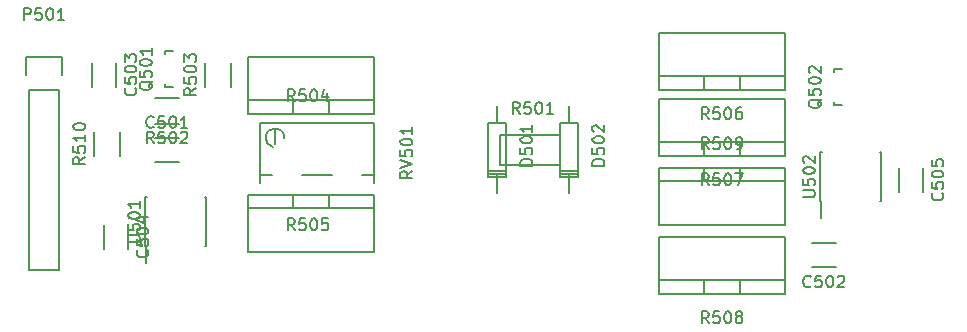
<source format=gbr>
G04 #@! TF.FileFunction,Legend,Top*
%FSLAX46Y46*%
G04 Gerber Fmt 4.6, Leading zero omitted, Abs format (unit mm)*
G04 Created by KiCad (PCBNEW 4.0.4+dfsg1-stable) date Fri Jan 20 23:08:29 2017*
%MOMM*%
%LPD*%
G01*
G04 APERTURE LIST*
%ADD10C,0.100000*%
%ADD11C,0.150000*%
G04 APERTURE END LIST*
D10*
D11*
X54213760Y-34006840D02*
X54213760Y-34055100D01*
X54914800Y-36805820D02*
X54213760Y-36805820D01*
X54213760Y-36805820D02*
X54213760Y-36556900D01*
X54213760Y-34006840D02*
X54213760Y-33806180D01*
X54213760Y-33806180D02*
X54914800Y-33806180D01*
X55356000Y-41139000D02*
X53356000Y-41139000D01*
X53356000Y-43189000D02*
X55356000Y-43189000D01*
X108982000Y-52079000D02*
X110982000Y-52079000D01*
X110982000Y-50029000D02*
X108982000Y-50029000D01*
X50047000Y-36814000D02*
X50047000Y-34814000D01*
X47997000Y-34814000D02*
X47997000Y-36814000D01*
X51063000Y-50530000D02*
X51063000Y-48530000D01*
X49013000Y-48530000D02*
X49013000Y-50530000D01*
X118373000Y-45704000D02*
X118373000Y-43704000D01*
X116323000Y-43704000D02*
X116323000Y-45704000D01*
X82293460Y-39877480D02*
X82293460Y-38480480D01*
X82293460Y-44322480D02*
X82293460Y-45846480D01*
X81531460Y-43941480D02*
X83055460Y-43941480D01*
X81531460Y-44195480D02*
X83055460Y-44195480D01*
X82293460Y-44449480D02*
X83055460Y-44449480D01*
X83055460Y-44449480D02*
X83055460Y-39877480D01*
X83055460Y-39877480D02*
X81531460Y-39877480D01*
X81531460Y-39877480D02*
X81531460Y-44449480D01*
X81531460Y-44449480D02*
X82293460Y-44449480D01*
X88389460Y-39877480D02*
X88389460Y-38480480D01*
X88389460Y-44322480D02*
X88389460Y-45846480D01*
X87627460Y-43941480D02*
X89151460Y-43941480D01*
X87627460Y-44195480D02*
X89151460Y-44195480D01*
X88389460Y-44449480D02*
X89151460Y-44449480D01*
X89151460Y-44449480D02*
X89151460Y-39877480D01*
X89151460Y-39877480D02*
X87627460Y-39877480D01*
X87627460Y-39877480D02*
X87627460Y-44449480D01*
X87627460Y-44449480D02*
X88389460Y-44449480D01*
X82550000Y-40894000D02*
X87630000Y-40894000D01*
X87630000Y-40894000D02*
X87630000Y-43434000D01*
X87630000Y-43434000D02*
X82550000Y-43434000D01*
X82550000Y-43434000D02*
X82550000Y-40894000D01*
X53356000Y-37787000D02*
X55356000Y-37787000D01*
X55356000Y-39937000D02*
X53356000Y-39937000D01*
X59749000Y-34814000D02*
X59749000Y-36814000D01*
X57599000Y-36814000D02*
X57599000Y-34814000D01*
X52543000Y-50335000D02*
X52593000Y-50335000D01*
X52543000Y-46185000D02*
X52688000Y-46185000D01*
X57693000Y-46185000D02*
X57548000Y-46185000D01*
X57693000Y-50335000D02*
X57548000Y-50335000D01*
X52543000Y-50335000D02*
X52543000Y-46185000D01*
X57693000Y-50335000D02*
X57693000Y-46185000D01*
X52593000Y-50335000D02*
X52593000Y-51735000D01*
X109693000Y-46525000D02*
X109743000Y-46525000D01*
X109693000Y-42375000D02*
X109838000Y-42375000D01*
X114843000Y-42375000D02*
X114698000Y-42375000D01*
X114843000Y-46525000D02*
X114698000Y-46525000D01*
X109693000Y-46525000D02*
X109693000Y-42375000D01*
X114843000Y-46525000D02*
X114843000Y-42375000D01*
X109743000Y-46525000D02*
X109743000Y-47925000D01*
X45212000Y-37084000D02*
X45212000Y-52324000D01*
X45212000Y-52324000D02*
X42672000Y-52324000D01*
X42672000Y-52324000D02*
X42672000Y-37084000D01*
X45492000Y-34264000D02*
X45492000Y-35814000D01*
X45212000Y-37084000D02*
X42672000Y-37084000D01*
X42392000Y-35814000D02*
X42392000Y-34264000D01*
X42392000Y-34264000D02*
X45492000Y-34264000D01*
X110855760Y-35530840D02*
X110855760Y-35579100D01*
X111556800Y-38329820D02*
X110855760Y-38329820D01*
X110855760Y-38329820D02*
X110855760Y-38080900D01*
X110855760Y-35530840D02*
X110855760Y-35330180D01*
X110855760Y-35330180D02*
X111556800Y-35330180D01*
X63246000Y-44323000D02*
X62230000Y-44323000D01*
X68326000Y-44323000D02*
X65786000Y-44323000D01*
X71882000Y-44323000D02*
X70866000Y-44323000D01*
X63500000Y-40386000D02*
X63500000Y-41656000D01*
X64287400Y-41135300D02*
X64249300Y-40881300D01*
X64249300Y-40881300D02*
X64071500Y-40601900D01*
X64071500Y-40601900D02*
X63754000Y-40386000D01*
X63754000Y-40386000D02*
X63309500Y-40373300D01*
X63309500Y-40373300D02*
X62953900Y-40576500D01*
X62953900Y-40576500D02*
X62776100Y-40868600D01*
X62776100Y-40868600D02*
X62725300Y-41186100D01*
X62725300Y-41186100D02*
X62826900Y-41592500D01*
X62826900Y-41592500D02*
X63169800Y-41846500D01*
X63169800Y-41846500D02*
X63347600Y-41935400D01*
X62230000Y-41148000D02*
X62230000Y-39878000D01*
X62230000Y-39878000D02*
X71882000Y-39878000D01*
X71882000Y-39878000D02*
X71882000Y-44958000D01*
X62230000Y-44958000D02*
X62230000Y-42418000D01*
X62230000Y-42418000D02*
X62230000Y-41148000D01*
X68072000Y-39116000D02*
X68072000Y-37973000D01*
X65024000Y-39116000D02*
X65024000Y-37973000D01*
X61214000Y-37973000D02*
X61214000Y-34290000D01*
X61214000Y-34290000D02*
X71882000Y-34290000D01*
X71882000Y-34290000D02*
X71882000Y-37973000D01*
X61214000Y-39116000D02*
X61214000Y-37973000D01*
X61214000Y-37973000D02*
X71882000Y-37973000D01*
X71882000Y-37973000D02*
X71882000Y-39116000D01*
X66548000Y-39116000D02*
X71882000Y-39116000D01*
X66548000Y-39116000D02*
X61214000Y-39116000D01*
X65024000Y-45974000D02*
X65024000Y-47117000D01*
X68072000Y-45974000D02*
X68072000Y-47117000D01*
X71882000Y-47117000D02*
X71882000Y-50800000D01*
X71882000Y-50800000D02*
X61214000Y-50800000D01*
X61214000Y-50800000D02*
X61214000Y-47117000D01*
X71882000Y-45974000D02*
X71882000Y-47117000D01*
X71882000Y-47117000D02*
X61214000Y-47117000D01*
X61214000Y-47117000D02*
X61214000Y-45974000D01*
X66548000Y-45974000D02*
X61214000Y-45974000D01*
X66548000Y-45974000D02*
X71882000Y-45974000D01*
X102870000Y-37084000D02*
X102870000Y-35941000D01*
X99822000Y-37084000D02*
X99822000Y-35941000D01*
X96012000Y-35941000D02*
X96012000Y-32258000D01*
X96012000Y-32258000D02*
X106680000Y-32258000D01*
X106680000Y-32258000D02*
X106680000Y-35941000D01*
X96012000Y-37084000D02*
X96012000Y-35941000D01*
X96012000Y-35941000D02*
X106680000Y-35941000D01*
X106680000Y-35941000D02*
X106680000Y-37084000D01*
X101346000Y-37084000D02*
X106680000Y-37084000D01*
X101346000Y-37084000D02*
X96012000Y-37084000D01*
X102870000Y-42672000D02*
X102870000Y-41529000D01*
X99822000Y-42672000D02*
X99822000Y-41529000D01*
X96012000Y-41529000D02*
X96012000Y-37846000D01*
X96012000Y-37846000D02*
X106680000Y-37846000D01*
X106680000Y-37846000D02*
X106680000Y-41529000D01*
X96012000Y-42672000D02*
X96012000Y-41529000D01*
X96012000Y-41529000D02*
X106680000Y-41529000D01*
X106680000Y-41529000D02*
X106680000Y-42672000D01*
X101346000Y-42672000D02*
X106680000Y-42672000D01*
X101346000Y-42672000D02*
X96012000Y-42672000D01*
X102870000Y-54356000D02*
X102870000Y-53213000D01*
X99822000Y-54356000D02*
X99822000Y-53213000D01*
X96012000Y-53213000D02*
X96012000Y-49530000D01*
X96012000Y-49530000D02*
X106680000Y-49530000D01*
X106680000Y-49530000D02*
X106680000Y-53213000D01*
X96012000Y-54356000D02*
X96012000Y-53213000D01*
X96012000Y-53213000D02*
X106680000Y-53213000D01*
X106680000Y-53213000D02*
X106680000Y-54356000D01*
X101346000Y-54356000D02*
X106680000Y-54356000D01*
X101346000Y-54356000D02*
X96012000Y-54356000D01*
X99822000Y-43688000D02*
X99822000Y-44831000D01*
X102870000Y-43688000D02*
X102870000Y-44831000D01*
X106680000Y-44831000D02*
X106680000Y-48514000D01*
X106680000Y-48514000D02*
X96012000Y-48514000D01*
X96012000Y-48514000D02*
X96012000Y-44831000D01*
X106680000Y-43688000D02*
X106680000Y-44831000D01*
X106680000Y-44831000D02*
X96012000Y-44831000D01*
X96012000Y-44831000D02*
X96012000Y-43688000D01*
X101346000Y-43688000D02*
X96012000Y-43688000D01*
X101346000Y-43688000D02*
X106680000Y-43688000D01*
X50351000Y-40656000D02*
X50351000Y-42656000D01*
X48201000Y-42656000D02*
X48201000Y-40656000D01*
X53161619Y-36353619D02*
X53114000Y-36448857D01*
X53018762Y-36544095D01*
X52875905Y-36686952D01*
X52828286Y-36782191D01*
X52828286Y-36877429D01*
X53066381Y-36829810D02*
X53018762Y-36925048D01*
X52923524Y-37020286D01*
X52733048Y-37067905D01*
X52399714Y-37067905D01*
X52209238Y-37020286D01*
X52114000Y-36925048D01*
X52066381Y-36829810D01*
X52066381Y-36639333D01*
X52114000Y-36544095D01*
X52209238Y-36448857D01*
X52399714Y-36401238D01*
X52733048Y-36401238D01*
X52923524Y-36448857D01*
X53018762Y-36544095D01*
X53066381Y-36639333D01*
X53066381Y-36829810D01*
X52066381Y-35496476D02*
X52066381Y-35972667D01*
X52542571Y-36020286D01*
X52494952Y-35972667D01*
X52447333Y-35877429D01*
X52447333Y-35639333D01*
X52494952Y-35544095D01*
X52542571Y-35496476D01*
X52637810Y-35448857D01*
X52875905Y-35448857D01*
X52971143Y-35496476D01*
X53018762Y-35544095D01*
X53066381Y-35639333D01*
X53066381Y-35877429D01*
X53018762Y-35972667D01*
X52971143Y-36020286D01*
X52066381Y-34829810D02*
X52066381Y-34734571D01*
X52114000Y-34639333D01*
X52161619Y-34591714D01*
X52256857Y-34544095D01*
X52447333Y-34496476D01*
X52685429Y-34496476D01*
X52875905Y-34544095D01*
X52971143Y-34591714D01*
X53018762Y-34639333D01*
X53066381Y-34734571D01*
X53066381Y-34829810D01*
X53018762Y-34925048D01*
X52971143Y-34972667D01*
X52875905Y-35020286D01*
X52685429Y-35067905D01*
X52447333Y-35067905D01*
X52256857Y-35020286D01*
X52161619Y-34972667D01*
X52114000Y-34925048D01*
X52066381Y-34829810D01*
X53066381Y-33544095D02*
X53066381Y-34115524D01*
X53066381Y-33829810D02*
X52066381Y-33829810D01*
X52209238Y-33925048D01*
X52304476Y-34020286D01*
X52352095Y-34115524D01*
X53236953Y-40221143D02*
X53189334Y-40268762D01*
X53046477Y-40316381D01*
X52951239Y-40316381D01*
X52808381Y-40268762D01*
X52713143Y-40173524D01*
X52665524Y-40078286D01*
X52617905Y-39887810D01*
X52617905Y-39744952D01*
X52665524Y-39554476D01*
X52713143Y-39459238D01*
X52808381Y-39364000D01*
X52951239Y-39316381D01*
X53046477Y-39316381D01*
X53189334Y-39364000D01*
X53236953Y-39411619D01*
X54141715Y-39316381D02*
X53665524Y-39316381D01*
X53617905Y-39792571D01*
X53665524Y-39744952D01*
X53760762Y-39697333D01*
X53998858Y-39697333D01*
X54094096Y-39744952D01*
X54141715Y-39792571D01*
X54189334Y-39887810D01*
X54189334Y-40125905D01*
X54141715Y-40221143D01*
X54094096Y-40268762D01*
X53998858Y-40316381D01*
X53760762Y-40316381D01*
X53665524Y-40268762D01*
X53617905Y-40221143D01*
X54808381Y-39316381D02*
X54903620Y-39316381D01*
X54998858Y-39364000D01*
X55046477Y-39411619D01*
X55094096Y-39506857D01*
X55141715Y-39697333D01*
X55141715Y-39935429D01*
X55094096Y-40125905D01*
X55046477Y-40221143D01*
X54998858Y-40268762D01*
X54903620Y-40316381D01*
X54808381Y-40316381D01*
X54713143Y-40268762D01*
X54665524Y-40221143D01*
X54617905Y-40125905D01*
X54570286Y-39935429D01*
X54570286Y-39697333D01*
X54617905Y-39506857D01*
X54665524Y-39411619D01*
X54713143Y-39364000D01*
X54808381Y-39316381D01*
X56094096Y-40316381D02*
X55522667Y-40316381D01*
X55808381Y-40316381D02*
X55808381Y-39316381D01*
X55713143Y-39459238D01*
X55617905Y-39554476D01*
X55522667Y-39602095D01*
X108862953Y-53711143D02*
X108815334Y-53758762D01*
X108672477Y-53806381D01*
X108577239Y-53806381D01*
X108434381Y-53758762D01*
X108339143Y-53663524D01*
X108291524Y-53568286D01*
X108243905Y-53377810D01*
X108243905Y-53234952D01*
X108291524Y-53044476D01*
X108339143Y-52949238D01*
X108434381Y-52854000D01*
X108577239Y-52806381D01*
X108672477Y-52806381D01*
X108815334Y-52854000D01*
X108862953Y-52901619D01*
X109767715Y-52806381D02*
X109291524Y-52806381D01*
X109243905Y-53282571D01*
X109291524Y-53234952D01*
X109386762Y-53187333D01*
X109624858Y-53187333D01*
X109720096Y-53234952D01*
X109767715Y-53282571D01*
X109815334Y-53377810D01*
X109815334Y-53615905D01*
X109767715Y-53711143D01*
X109720096Y-53758762D01*
X109624858Y-53806381D01*
X109386762Y-53806381D01*
X109291524Y-53758762D01*
X109243905Y-53711143D01*
X110434381Y-52806381D02*
X110529620Y-52806381D01*
X110624858Y-52854000D01*
X110672477Y-52901619D01*
X110720096Y-52996857D01*
X110767715Y-53187333D01*
X110767715Y-53425429D01*
X110720096Y-53615905D01*
X110672477Y-53711143D01*
X110624858Y-53758762D01*
X110529620Y-53806381D01*
X110434381Y-53806381D01*
X110339143Y-53758762D01*
X110291524Y-53711143D01*
X110243905Y-53615905D01*
X110196286Y-53425429D01*
X110196286Y-53187333D01*
X110243905Y-52996857D01*
X110291524Y-52901619D01*
X110339143Y-52854000D01*
X110434381Y-52806381D01*
X111148667Y-52901619D02*
X111196286Y-52854000D01*
X111291524Y-52806381D01*
X111529620Y-52806381D01*
X111624858Y-52854000D01*
X111672477Y-52901619D01*
X111720096Y-52996857D01*
X111720096Y-53092095D01*
X111672477Y-53234952D01*
X111101048Y-53806381D01*
X111720096Y-53806381D01*
X51679143Y-36933047D02*
X51726762Y-36980666D01*
X51774381Y-37123523D01*
X51774381Y-37218761D01*
X51726762Y-37361619D01*
X51631524Y-37456857D01*
X51536286Y-37504476D01*
X51345810Y-37552095D01*
X51202952Y-37552095D01*
X51012476Y-37504476D01*
X50917238Y-37456857D01*
X50822000Y-37361619D01*
X50774381Y-37218761D01*
X50774381Y-37123523D01*
X50822000Y-36980666D01*
X50869619Y-36933047D01*
X50774381Y-36028285D02*
X50774381Y-36504476D01*
X51250571Y-36552095D01*
X51202952Y-36504476D01*
X51155333Y-36409238D01*
X51155333Y-36171142D01*
X51202952Y-36075904D01*
X51250571Y-36028285D01*
X51345810Y-35980666D01*
X51583905Y-35980666D01*
X51679143Y-36028285D01*
X51726762Y-36075904D01*
X51774381Y-36171142D01*
X51774381Y-36409238D01*
X51726762Y-36504476D01*
X51679143Y-36552095D01*
X50774381Y-35361619D02*
X50774381Y-35266380D01*
X50822000Y-35171142D01*
X50869619Y-35123523D01*
X50964857Y-35075904D01*
X51155333Y-35028285D01*
X51393429Y-35028285D01*
X51583905Y-35075904D01*
X51679143Y-35123523D01*
X51726762Y-35171142D01*
X51774381Y-35266380D01*
X51774381Y-35361619D01*
X51726762Y-35456857D01*
X51679143Y-35504476D01*
X51583905Y-35552095D01*
X51393429Y-35599714D01*
X51155333Y-35599714D01*
X50964857Y-35552095D01*
X50869619Y-35504476D01*
X50822000Y-35456857D01*
X50774381Y-35361619D01*
X50774381Y-34694952D02*
X50774381Y-34075904D01*
X51155333Y-34409238D01*
X51155333Y-34266380D01*
X51202952Y-34171142D01*
X51250571Y-34123523D01*
X51345810Y-34075904D01*
X51583905Y-34075904D01*
X51679143Y-34123523D01*
X51726762Y-34171142D01*
X51774381Y-34266380D01*
X51774381Y-34552095D01*
X51726762Y-34647333D01*
X51679143Y-34694952D01*
X52695143Y-50649047D02*
X52742762Y-50696666D01*
X52790381Y-50839523D01*
X52790381Y-50934761D01*
X52742762Y-51077619D01*
X52647524Y-51172857D01*
X52552286Y-51220476D01*
X52361810Y-51268095D01*
X52218952Y-51268095D01*
X52028476Y-51220476D01*
X51933238Y-51172857D01*
X51838000Y-51077619D01*
X51790381Y-50934761D01*
X51790381Y-50839523D01*
X51838000Y-50696666D01*
X51885619Y-50649047D01*
X51790381Y-49744285D02*
X51790381Y-50220476D01*
X52266571Y-50268095D01*
X52218952Y-50220476D01*
X52171333Y-50125238D01*
X52171333Y-49887142D01*
X52218952Y-49791904D01*
X52266571Y-49744285D01*
X52361810Y-49696666D01*
X52599905Y-49696666D01*
X52695143Y-49744285D01*
X52742762Y-49791904D01*
X52790381Y-49887142D01*
X52790381Y-50125238D01*
X52742762Y-50220476D01*
X52695143Y-50268095D01*
X51790381Y-49077619D02*
X51790381Y-48982380D01*
X51838000Y-48887142D01*
X51885619Y-48839523D01*
X51980857Y-48791904D01*
X52171333Y-48744285D01*
X52409429Y-48744285D01*
X52599905Y-48791904D01*
X52695143Y-48839523D01*
X52742762Y-48887142D01*
X52790381Y-48982380D01*
X52790381Y-49077619D01*
X52742762Y-49172857D01*
X52695143Y-49220476D01*
X52599905Y-49268095D01*
X52409429Y-49315714D01*
X52171333Y-49315714D01*
X51980857Y-49268095D01*
X51885619Y-49220476D01*
X51838000Y-49172857D01*
X51790381Y-49077619D01*
X52123714Y-47887142D02*
X52790381Y-47887142D01*
X51742762Y-48125238D02*
X52457048Y-48363333D01*
X52457048Y-47744285D01*
X120005143Y-45823047D02*
X120052762Y-45870666D01*
X120100381Y-46013523D01*
X120100381Y-46108761D01*
X120052762Y-46251619D01*
X119957524Y-46346857D01*
X119862286Y-46394476D01*
X119671810Y-46442095D01*
X119528952Y-46442095D01*
X119338476Y-46394476D01*
X119243238Y-46346857D01*
X119148000Y-46251619D01*
X119100381Y-46108761D01*
X119100381Y-46013523D01*
X119148000Y-45870666D01*
X119195619Y-45823047D01*
X119100381Y-44918285D02*
X119100381Y-45394476D01*
X119576571Y-45442095D01*
X119528952Y-45394476D01*
X119481333Y-45299238D01*
X119481333Y-45061142D01*
X119528952Y-44965904D01*
X119576571Y-44918285D01*
X119671810Y-44870666D01*
X119909905Y-44870666D01*
X120005143Y-44918285D01*
X120052762Y-44965904D01*
X120100381Y-45061142D01*
X120100381Y-45299238D01*
X120052762Y-45394476D01*
X120005143Y-45442095D01*
X119100381Y-44251619D02*
X119100381Y-44156380D01*
X119148000Y-44061142D01*
X119195619Y-44013523D01*
X119290857Y-43965904D01*
X119481333Y-43918285D01*
X119719429Y-43918285D01*
X119909905Y-43965904D01*
X120005143Y-44013523D01*
X120052762Y-44061142D01*
X120100381Y-44156380D01*
X120100381Y-44251619D01*
X120052762Y-44346857D01*
X120005143Y-44394476D01*
X119909905Y-44442095D01*
X119719429Y-44489714D01*
X119481333Y-44489714D01*
X119290857Y-44442095D01*
X119195619Y-44394476D01*
X119148000Y-44346857D01*
X119100381Y-44251619D01*
X119100381Y-43013523D02*
X119100381Y-43489714D01*
X119576571Y-43537333D01*
X119528952Y-43489714D01*
X119481333Y-43394476D01*
X119481333Y-43156380D01*
X119528952Y-43061142D01*
X119576571Y-43013523D01*
X119671810Y-42965904D01*
X119909905Y-42965904D01*
X120005143Y-43013523D01*
X120052762Y-43061142D01*
X120100381Y-43156380D01*
X120100381Y-43394476D01*
X120052762Y-43489714D01*
X120005143Y-43537333D01*
X85285841Y-43503956D02*
X84285841Y-43503956D01*
X84285841Y-43265861D01*
X84333460Y-43123003D01*
X84428698Y-43027765D01*
X84523936Y-42980146D01*
X84714412Y-42932527D01*
X84857270Y-42932527D01*
X85047746Y-42980146D01*
X85142984Y-43027765D01*
X85238222Y-43123003D01*
X85285841Y-43265861D01*
X85285841Y-43503956D01*
X84285841Y-42027765D02*
X84285841Y-42503956D01*
X84762031Y-42551575D01*
X84714412Y-42503956D01*
X84666793Y-42408718D01*
X84666793Y-42170622D01*
X84714412Y-42075384D01*
X84762031Y-42027765D01*
X84857270Y-41980146D01*
X85095365Y-41980146D01*
X85190603Y-42027765D01*
X85238222Y-42075384D01*
X85285841Y-42170622D01*
X85285841Y-42408718D01*
X85238222Y-42503956D01*
X85190603Y-42551575D01*
X84285841Y-41361099D02*
X84285841Y-41265860D01*
X84333460Y-41170622D01*
X84381079Y-41123003D01*
X84476317Y-41075384D01*
X84666793Y-41027765D01*
X84904889Y-41027765D01*
X85095365Y-41075384D01*
X85190603Y-41123003D01*
X85238222Y-41170622D01*
X85285841Y-41265860D01*
X85285841Y-41361099D01*
X85238222Y-41456337D01*
X85190603Y-41503956D01*
X85095365Y-41551575D01*
X84904889Y-41599194D01*
X84666793Y-41599194D01*
X84476317Y-41551575D01*
X84381079Y-41503956D01*
X84333460Y-41456337D01*
X84285841Y-41361099D01*
X85285841Y-40075384D02*
X85285841Y-40646813D01*
X85285841Y-40361099D02*
X84285841Y-40361099D01*
X84428698Y-40456337D01*
X84523936Y-40551575D01*
X84571555Y-40646813D01*
X91381841Y-43503956D02*
X90381841Y-43503956D01*
X90381841Y-43265861D01*
X90429460Y-43123003D01*
X90524698Y-43027765D01*
X90619936Y-42980146D01*
X90810412Y-42932527D01*
X90953270Y-42932527D01*
X91143746Y-42980146D01*
X91238984Y-43027765D01*
X91334222Y-43123003D01*
X91381841Y-43265861D01*
X91381841Y-43503956D01*
X90381841Y-42027765D02*
X90381841Y-42503956D01*
X90858031Y-42551575D01*
X90810412Y-42503956D01*
X90762793Y-42408718D01*
X90762793Y-42170622D01*
X90810412Y-42075384D01*
X90858031Y-42027765D01*
X90953270Y-41980146D01*
X91191365Y-41980146D01*
X91286603Y-42027765D01*
X91334222Y-42075384D01*
X91381841Y-42170622D01*
X91381841Y-42408718D01*
X91334222Y-42503956D01*
X91286603Y-42551575D01*
X90381841Y-41361099D02*
X90381841Y-41265860D01*
X90429460Y-41170622D01*
X90477079Y-41123003D01*
X90572317Y-41075384D01*
X90762793Y-41027765D01*
X91000889Y-41027765D01*
X91191365Y-41075384D01*
X91286603Y-41123003D01*
X91334222Y-41170622D01*
X91381841Y-41265860D01*
X91381841Y-41361099D01*
X91334222Y-41456337D01*
X91286603Y-41503956D01*
X91191365Y-41551575D01*
X91000889Y-41599194D01*
X90762793Y-41599194D01*
X90572317Y-41551575D01*
X90477079Y-41503956D01*
X90429460Y-41456337D01*
X90381841Y-41361099D01*
X90477079Y-40646813D02*
X90429460Y-40599194D01*
X90381841Y-40503956D01*
X90381841Y-40265860D01*
X90429460Y-40170622D01*
X90477079Y-40123003D01*
X90572317Y-40075384D01*
X90667555Y-40075384D01*
X90810412Y-40123003D01*
X91381841Y-40694432D01*
X91381841Y-40075384D01*
X84219873Y-39116261D02*
X83886539Y-38640070D01*
X83648444Y-39116261D02*
X83648444Y-38116261D01*
X84029397Y-38116261D01*
X84124635Y-38163880D01*
X84172254Y-38211499D01*
X84219873Y-38306737D01*
X84219873Y-38449594D01*
X84172254Y-38544832D01*
X84124635Y-38592451D01*
X84029397Y-38640070D01*
X83648444Y-38640070D01*
X85124635Y-38116261D02*
X84648444Y-38116261D01*
X84600825Y-38592451D01*
X84648444Y-38544832D01*
X84743682Y-38497213D01*
X84981778Y-38497213D01*
X85077016Y-38544832D01*
X85124635Y-38592451D01*
X85172254Y-38687690D01*
X85172254Y-38925785D01*
X85124635Y-39021023D01*
X85077016Y-39068642D01*
X84981778Y-39116261D01*
X84743682Y-39116261D01*
X84648444Y-39068642D01*
X84600825Y-39021023D01*
X85791301Y-38116261D02*
X85886540Y-38116261D01*
X85981778Y-38163880D01*
X86029397Y-38211499D01*
X86077016Y-38306737D01*
X86124635Y-38497213D01*
X86124635Y-38735309D01*
X86077016Y-38925785D01*
X86029397Y-39021023D01*
X85981778Y-39068642D01*
X85886540Y-39116261D01*
X85791301Y-39116261D01*
X85696063Y-39068642D01*
X85648444Y-39021023D01*
X85600825Y-38925785D01*
X85553206Y-38735309D01*
X85553206Y-38497213D01*
X85600825Y-38306737D01*
X85648444Y-38211499D01*
X85696063Y-38163880D01*
X85791301Y-38116261D01*
X87077016Y-39116261D02*
X86505587Y-39116261D01*
X86791301Y-39116261D02*
X86791301Y-38116261D01*
X86696063Y-38259118D01*
X86600825Y-38354356D01*
X86505587Y-38401975D01*
X53236953Y-41614381D02*
X52903619Y-41138190D01*
X52665524Y-41614381D02*
X52665524Y-40614381D01*
X53046477Y-40614381D01*
X53141715Y-40662000D01*
X53189334Y-40709619D01*
X53236953Y-40804857D01*
X53236953Y-40947714D01*
X53189334Y-41042952D01*
X53141715Y-41090571D01*
X53046477Y-41138190D01*
X52665524Y-41138190D01*
X54141715Y-40614381D02*
X53665524Y-40614381D01*
X53617905Y-41090571D01*
X53665524Y-41042952D01*
X53760762Y-40995333D01*
X53998858Y-40995333D01*
X54094096Y-41042952D01*
X54141715Y-41090571D01*
X54189334Y-41185810D01*
X54189334Y-41423905D01*
X54141715Y-41519143D01*
X54094096Y-41566762D01*
X53998858Y-41614381D01*
X53760762Y-41614381D01*
X53665524Y-41566762D01*
X53617905Y-41519143D01*
X54808381Y-40614381D02*
X54903620Y-40614381D01*
X54998858Y-40662000D01*
X55046477Y-40709619D01*
X55094096Y-40804857D01*
X55141715Y-40995333D01*
X55141715Y-41233429D01*
X55094096Y-41423905D01*
X55046477Y-41519143D01*
X54998858Y-41566762D01*
X54903620Y-41614381D01*
X54808381Y-41614381D01*
X54713143Y-41566762D01*
X54665524Y-41519143D01*
X54617905Y-41423905D01*
X54570286Y-41233429D01*
X54570286Y-40995333D01*
X54617905Y-40804857D01*
X54665524Y-40709619D01*
X54713143Y-40662000D01*
X54808381Y-40614381D01*
X55522667Y-40709619D02*
X55570286Y-40662000D01*
X55665524Y-40614381D01*
X55903620Y-40614381D01*
X55998858Y-40662000D01*
X56046477Y-40709619D01*
X56094096Y-40804857D01*
X56094096Y-40900095D01*
X56046477Y-41042952D01*
X55475048Y-41614381D01*
X56094096Y-41614381D01*
X56826381Y-36933047D02*
X56350190Y-37266381D01*
X56826381Y-37504476D02*
X55826381Y-37504476D01*
X55826381Y-37123523D01*
X55874000Y-37028285D01*
X55921619Y-36980666D01*
X56016857Y-36933047D01*
X56159714Y-36933047D01*
X56254952Y-36980666D01*
X56302571Y-37028285D01*
X56350190Y-37123523D01*
X56350190Y-37504476D01*
X55826381Y-36028285D02*
X55826381Y-36504476D01*
X56302571Y-36552095D01*
X56254952Y-36504476D01*
X56207333Y-36409238D01*
X56207333Y-36171142D01*
X56254952Y-36075904D01*
X56302571Y-36028285D01*
X56397810Y-35980666D01*
X56635905Y-35980666D01*
X56731143Y-36028285D01*
X56778762Y-36075904D01*
X56826381Y-36171142D01*
X56826381Y-36409238D01*
X56778762Y-36504476D01*
X56731143Y-36552095D01*
X55826381Y-35361619D02*
X55826381Y-35266380D01*
X55874000Y-35171142D01*
X55921619Y-35123523D01*
X56016857Y-35075904D01*
X56207333Y-35028285D01*
X56445429Y-35028285D01*
X56635905Y-35075904D01*
X56731143Y-35123523D01*
X56778762Y-35171142D01*
X56826381Y-35266380D01*
X56826381Y-35361619D01*
X56778762Y-35456857D01*
X56731143Y-35504476D01*
X56635905Y-35552095D01*
X56445429Y-35599714D01*
X56207333Y-35599714D01*
X56016857Y-35552095D01*
X55921619Y-35504476D01*
X55874000Y-35456857D01*
X55826381Y-35361619D01*
X55826381Y-34694952D02*
X55826381Y-34075904D01*
X56207333Y-34409238D01*
X56207333Y-34266380D01*
X56254952Y-34171142D01*
X56302571Y-34123523D01*
X56397810Y-34075904D01*
X56635905Y-34075904D01*
X56731143Y-34123523D01*
X56778762Y-34171142D01*
X56826381Y-34266380D01*
X56826381Y-34552095D01*
X56778762Y-34647333D01*
X56731143Y-34694952D01*
X51070381Y-49974286D02*
X51879905Y-49974286D01*
X51975143Y-49926667D01*
X52022762Y-49879048D01*
X52070381Y-49783810D01*
X52070381Y-49593333D01*
X52022762Y-49498095D01*
X51975143Y-49450476D01*
X51879905Y-49402857D01*
X51070381Y-49402857D01*
X51070381Y-48450476D02*
X51070381Y-48926667D01*
X51546571Y-48974286D01*
X51498952Y-48926667D01*
X51451333Y-48831429D01*
X51451333Y-48593333D01*
X51498952Y-48498095D01*
X51546571Y-48450476D01*
X51641810Y-48402857D01*
X51879905Y-48402857D01*
X51975143Y-48450476D01*
X52022762Y-48498095D01*
X52070381Y-48593333D01*
X52070381Y-48831429D01*
X52022762Y-48926667D01*
X51975143Y-48974286D01*
X51070381Y-47783810D02*
X51070381Y-47688571D01*
X51118000Y-47593333D01*
X51165619Y-47545714D01*
X51260857Y-47498095D01*
X51451333Y-47450476D01*
X51689429Y-47450476D01*
X51879905Y-47498095D01*
X51975143Y-47545714D01*
X52022762Y-47593333D01*
X52070381Y-47688571D01*
X52070381Y-47783810D01*
X52022762Y-47879048D01*
X51975143Y-47926667D01*
X51879905Y-47974286D01*
X51689429Y-48021905D01*
X51451333Y-48021905D01*
X51260857Y-47974286D01*
X51165619Y-47926667D01*
X51118000Y-47879048D01*
X51070381Y-47783810D01*
X52070381Y-46498095D02*
X52070381Y-47069524D01*
X52070381Y-46783810D02*
X51070381Y-46783810D01*
X51213238Y-46879048D01*
X51308476Y-46974286D01*
X51356095Y-47069524D01*
X108220381Y-46164286D02*
X109029905Y-46164286D01*
X109125143Y-46116667D01*
X109172762Y-46069048D01*
X109220381Y-45973810D01*
X109220381Y-45783333D01*
X109172762Y-45688095D01*
X109125143Y-45640476D01*
X109029905Y-45592857D01*
X108220381Y-45592857D01*
X108220381Y-44640476D02*
X108220381Y-45116667D01*
X108696571Y-45164286D01*
X108648952Y-45116667D01*
X108601333Y-45021429D01*
X108601333Y-44783333D01*
X108648952Y-44688095D01*
X108696571Y-44640476D01*
X108791810Y-44592857D01*
X109029905Y-44592857D01*
X109125143Y-44640476D01*
X109172762Y-44688095D01*
X109220381Y-44783333D01*
X109220381Y-45021429D01*
X109172762Y-45116667D01*
X109125143Y-45164286D01*
X108220381Y-43973810D02*
X108220381Y-43878571D01*
X108268000Y-43783333D01*
X108315619Y-43735714D01*
X108410857Y-43688095D01*
X108601333Y-43640476D01*
X108839429Y-43640476D01*
X109029905Y-43688095D01*
X109125143Y-43735714D01*
X109172762Y-43783333D01*
X109220381Y-43878571D01*
X109220381Y-43973810D01*
X109172762Y-44069048D01*
X109125143Y-44116667D01*
X109029905Y-44164286D01*
X108839429Y-44211905D01*
X108601333Y-44211905D01*
X108410857Y-44164286D01*
X108315619Y-44116667D01*
X108268000Y-44069048D01*
X108220381Y-43973810D01*
X108315619Y-43259524D02*
X108268000Y-43211905D01*
X108220381Y-43116667D01*
X108220381Y-42878571D01*
X108268000Y-42783333D01*
X108315619Y-42735714D01*
X108410857Y-42688095D01*
X108506095Y-42688095D01*
X108648952Y-42735714D01*
X109220381Y-43307143D01*
X109220381Y-42688095D01*
X42251524Y-31166381D02*
X42251524Y-30166381D01*
X42632477Y-30166381D01*
X42727715Y-30214000D01*
X42775334Y-30261619D01*
X42822953Y-30356857D01*
X42822953Y-30499714D01*
X42775334Y-30594952D01*
X42727715Y-30642571D01*
X42632477Y-30690190D01*
X42251524Y-30690190D01*
X43727715Y-30166381D02*
X43251524Y-30166381D01*
X43203905Y-30642571D01*
X43251524Y-30594952D01*
X43346762Y-30547333D01*
X43584858Y-30547333D01*
X43680096Y-30594952D01*
X43727715Y-30642571D01*
X43775334Y-30737810D01*
X43775334Y-30975905D01*
X43727715Y-31071143D01*
X43680096Y-31118762D01*
X43584858Y-31166381D01*
X43346762Y-31166381D01*
X43251524Y-31118762D01*
X43203905Y-31071143D01*
X44394381Y-30166381D02*
X44489620Y-30166381D01*
X44584858Y-30214000D01*
X44632477Y-30261619D01*
X44680096Y-30356857D01*
X44727715Y-30547333D01*
X44727715Y-30785429D01*
X44680096Y-30975905D01*
X44632477Y-31071143D01*
X44584858Y-31118762D01*
X44489620Y-31166381D01*
X44394381Y-31166381D01*
X44299143Y-31118762D01*
X44251524Y-31071143D01*
X44203905Y-30975905D01*
X44156286Y-30785429D01*
X44156286Y-30547333D01*
X44203905Y-30356857D01*
X44251524Y-30261619D01*
X44299143Y-30214000D01*
X44394381Y-30166381D01*
X45680096Y-31166381D02*
X45108667Y-31166381D01*
X45394381Y-31166381D02*
X45394381Y-30166381D01*
X45299143Y-30309238D01*
X45203905Y-30404476D01*
X45108667Y-30452095D01*
X109803619Y-37877619D02*
X109756000Y-37972857D01*
X109660762Y-38068095D01*
X109517905Y-38210952D01*
X109470286Y-38306191D01*
X109470286Y-38401429D01*
X109708381Y-38353810D02*
X109660762Y-38449048D01*
X109565524Y-38544286D01*
X109375048Y-38591905D01*
X109041714Y-38591905D01*
X108851238Y-38544286D01*
X108756000Y-38449048D01*
X108708381Y-38353810D01*
X108708381Y-38163333D01*
X108756000Y-38068095D01*
X108851238Y-37972857D01*
X109041714Y-37925238D01*
X109375048Y-37925238D01*
X109565524Y-37972857D01*
X109660762Y-38068095D01*
X109708381Y-38163333D01*
X109708381Y-38353810D01*
X108708381Y-37020476D02*
X108708381Y-37496667D01*
X109184571Y-37544286D01*
X109136952Y-37496667D01*
X109089333Y-37401429D01*
X109089333Y-37163333D01*
X109136952Y-37068095D01*
X109184571Y-37020476D01*
X109279810Y-36972857D01*
X109517905Y-36972857D01*
X109613143Y-37020476D01*
X109660762Y-37068095D01*
X109708381Y-37163333D01*
X109708381Y-37401429D01*
X109660762Y-37496667D01*
X109613143Y-37544286D01*
X108708381Y-36353810D02*
X108708381Y-36258571D01*
X108756000Y-36163333D01*
X108803619Y-36115714D01*
X108898857Y-36068095D01*
X109089333Y-36020476D01*
X109327429Y-36020476D01*
X109517905Y-36068095D01*
X109613143Y-36115714D01*
X109660762Y-36163333D01*
X109708381Y-36258571D01*
X109708381Y-36353810D01*
X109660762Y-36449048D01*
X109613143Y-36496667D01*
X109517905Y-36544286D01*
X109327429Y-36591905D01*
X109089333Y-36591905D01*
X108898857Y-36544286D01*
X108803619Y-36496667D01*
X108756000Y-36449048D01*
X108708381Y-36353810D01*
X108803619Y-35639524D02*
X108756000Y-35591905D01*
X108708381Y-35496667D01*
X108708381Y-35258571D01*
X108756000Y-35163333D01*
X108803619Y-35115714D01*
X108898857Y-35068095D01*
X108994095Y-35068095D01*
X109136952Y-35115714D01*
X109708381Y-35687143D01*
X109708381Y-35068095D01*
X75128381Y-43965619D02*
X74652190Y-44298953D01*
X75128381Y-44537048D02*
X74128381Y-44537048D01*
X74128381Y-44156095D01*
X74176000Y-44060857D01*
X74223619Y-44013238D01*
X74318857Y-43965619D01*
X74461714Y-43965619D01*
X74556952Y-44013238D01*
X74604571Y-44060857D01*
X74652190Y-44156095D01*
X74652190Y-44537048D01*
X74128381Y-43679905D02*
X75128381Y-43346572D01*
X74128381Y-43013238D01*
X74128381Y-42203714D02*
X74128381Y-42679905D01*
X74604571Y-42727524D01*
X74556952Y-42679905D01*
X74509333Y-42584667D01*
X74509333Y-42346571D01*
X74556952Y-42251333D01*
X74604571Y-42203714D01*
X74699810Y-42156095D01*
X74937905Y-42156095D01*
X75033143Y-42203714D01*
X75080762Y-42251333D01*
X75128381Y-42346571D01*
X75128381Y-42584667D01*
X75080762Y-42679905D01*
X75033143Y-42727524D01*
X74128381Y-41537048D02*
X74128381Y-41441809D01*
X74176000Y-41346571D01*
X74223619Y-41298952D01*
X74318857Y-41251333D01*
X74509333Y-41203714D01*
X74747429Y-41203714D01*
X74937905Y-41251333D01*
X75033143Y-41298952D01*
X75080762Y-41346571D01*
X75128381Y-41441809D01*
X75128381Y-41537048D01*
X75080762Y-41632286D01*
X75033143Y-41679905D01*
X74937905Y-41727524D01*
X74747429Y-41775143D01*
X74509333Y-41775143D01*
X74318857Y-41727524D01*
X74223619Y-41679905D01*
X74176000Y-41632286D01*
X74128381Y-41537048D01*
X75128381Y-40251333D02*
X75128381Y-40822762D01*
X75128381Y-40537048D02*
X74128381Y-40537048D01*
X74271238Y-40632286D01*
X74366476Y-40727524D01*
X74414095Y-40822762D01*
X65174953Y-38044381D02*
X64841619Y-37568190D01*
X64603524Y-38044381D02*
X64603524Y-37044381D01*
X64984477Y-37044381D01*
X65079715Y-37092000D01*
X65127334Y-37139619D01*
X65174953Y-37234857D01*
X65174953Y-37377714D01*
X65127334Y-37472952D01*
X65079715Y-37520571D01*
X64984477Y-37568190D01*
X64603524Y-37568190D01*
X66079715Y-37044381D02*
X65603524Y-37044381D01*
X65555905Y-37520571D01*
X65603524Y-37472952D01*
X65698762Y-37425333D01*
X65936858Y-37425333D01*
X66032096Y-37472952D01*
X66079715Y-37520571D01*
X66127334Y-37615810D01*
X66127334Y-37853905D01*
X66079715Y-37949143D01*
X66032096Y-37996762D01*
X65936858Y-38044381D01*
X65698762Y-38044381D01*
X65603524Y-37996762D01*
X65555905Y-37949143D01*
X66746381Y-37044381D02*
X66841620Y-37044381D01*
X66936858Y-37092000D01*
X66984477Y-37139619D01*
X67032096Y-37234857D01*
X67079715Y-37425333D01*
X67079715Y-37663429D01*
X67032096Y-37853905D01*
X66984477Y-37949143D01*
X66936858Y-37996762D01*
X66841620Y-38044381D01*
X66746381Y-38044381D01*
X66651143Y-37996762D01*
X66603524Y-37949143D01*
X66555905Y-37853905D01*
X66508286Y-37663429D01*
X66508286Y-37425333D01*
X66555905Y-37234857D01*
X66603524Y-37139619D01*
X66651143Y-37092000D01*
X66746381Y-37044381D01*
X67936858Y-37377714D02*
X67936858Y-38044381D01*
X67698762Y-36996762D02*
X67460667Y-37711048D01*
X68079715Y-37711048D01*
X65174953Y-48966381D02*
X64841619Y-48490190D01*
X64603524Y-48966381D02*
X64603524Y-47966381D01*
X64984477Y-47966381D01*
X65079715Y-48014000D01*
X65127334Y-48061619D01*
X65174953Y-48156857D01*
X65174953Y-48299714D01*
X65127334Y-48394952D01*
X65079715Y-48442571D01*
X64984477Y-48490190D01*
X64603524Y-48490190D01*
X66079715Y-47966381D02*
X65603524Y-47966381D01*
X65555905Y-48442571D01*
X65603524Y-48394952D01*
X65698762Y-48347333D01*
X65936858Y-48347333D01*
X66032096Y-48394952D01*
X66079715Y-48442571D01*
X66127334Y-48537810D01*
X66127334Y-48775905D01*
X66079715Y-48871143D01*
X66032096Y-48918762D01*
X65936858Y-48966381D01*
X65698762Y-48966381D01*
X65603524Y-48918762D01*
X65555905Y-48871143D01*
X66746381Y-47966381D02*
X66841620Y-47966381D01*
X66936858Y-48014000D01*
X66984477Y-48061619D01*
X67032096Y-48156857D01*
X67079715Y-48347333D01*
X67079715Y-48585429D01*
X67032096Y-48775905D01*
X66984477Y-48871143D01*
X66936858Y-48918762D01*
X66841620Y-48966381D01*
X66746381Y-48966381D01*
X66651143Y-48918762D01*
X66603524Y-48871143D01*
X66555905Y-48775905D01*
X66508286Y-48585429D01*
X66508286Y-48347333D01*
X66555905Y-48156857D01*
X66603524Y-48061619D01*
X66651143Y-48014000D01*
X66746381Y-47966381D01*
X67984477Y-47966381D02*
X67508286Y-47966381D01*
X67460667Y-48442571D01*
X67508286Y-48394952D01*
X67603524Y-48347333D01*
X67841620Y-48347333D01*
X67936858Y-48394952D01*
X67984477Y-48442571D01*
X68032096Y-48537810D01*
X68032096Y-48775905D01*
X67984477Y-48871143D01*
X67936858Y-48918762D01*
X67841620Y-48966381D01*
X67603524Y-48966381D01*
X67508286Y-48918762D01*
X67460667Y-48871143D01*
X100226953Y-39568381D02*
X99893619Y-39092190D01*
X99655524Y-39568381D02*
X99655524Y-38568381D01*
X100036477Y-38568381D01*
X100131715Y-38616000D01*
X100179334Y-38663619D01*
X100226953Y-38758857D01*
X100226953Y-38901714D01*
X100179334Y-38996952D01*
X100131715Y-39044571D01*
X100036477Y-39092190D01*
X99655524Y-39092190D01*
X101131715Y-38568381D02*
X100655524Y-38568381D01*
X100607905Y-39044571D01*
X100655524Y-38996952D01*
X100750762Y-38949333D01*
X100988858Y-38949333D01*
X101084096Y-38996952D01*
X101131715Y-39044571D01*
X101179334Y-39139810D01*
X101179334Y-39377905D01*
X101131715Y-39473143D01*
X101084096Y-39520762D01*
X100988858Y-39568381D01*
X100750762Y-39568381D01*
X100655524Y-39520762D01*
X100607905Y-39473143D01*
X101798381Y-38568381D02*
X101893620Y-38568381D01*
X101988858Y-38616000D01*
X102036477Y-38663619D01*
X102084096Y-38758857D01*
X102131715Y-38949333D01*
X102131715Y-39187429D01*
X102084096Y-39377905D01*
X102036477Y-39473143D01*
X101988858Y-39520762D01*
X101893620Y-39568381D01*
X101798381Y-39568381D01*
X101703143Y-39520762D01*
X101655524Y-39473143D01*
X101607905Y-39377905D01*
X101560286Y-39187429D01*
X101560286Y-38949333D01*
X101607905Y-38758857D01*
X101655524Y-38663619D01*
X101703143Y-38616000D01*
X101798381Y-38568381D01*
X102988858Y-38568381D02*
X102798381Y-38568381D01*
X102703143Y-38616000D01*
X102655524Y-38663619D01*
X102560286Y-38806476D01*
X102512667Y-38996952D01*
X102512667Y-39377905D01*
X102560286Y-39473143D01*
X102607905Y-39520762D01*
X102703143Y-39568381D01*
X102893620Y-39568381D01*
X102988858Y-39520762D01*
X103036477Y-39473143D01*
X103084096Y-39377905D01*
X103084096Y-39139810D01*
X103036477Y-39044571D01*
X102988858Y-38996952D01*
X102893620Y-38949333D01*
X102703143Y-38949333D01*
X102607905Y-38996952D01*
X102560286Y-39044571D01*
X102512667Y-39139810D01*
X100226953Y-45156381D02*
X99893619Y-44680190D01*
X99655524Y-45156381D02*
X99655524Y-44156381D01*
X100036477Y-44156381D01*
X100131715Y-44204000D01*
X100179334Y-44251619D01*
X100226953Y-44346857D01*
X100226953Y-44489714D01*
X100179334Y-44584952D01*
X100131715Y-44632571D01*
X100036477Y-44680190D01*
X99655524Y-44680190D01*
X101131715Y-44156381D02*
X100655524Y-44156381D01*
X100607905Y-44632571D01*
X100655524Y-44584952D01*
X100750762Y-44537333D01*
X100988858Y-44537333D01*
X101084096Y-44584952D01*
X101131715Y-44632571D01*
X101179334Y-44727810D01*
X101179334Y-44965905D01*
X101131715Y-45061143D01*
X101084096Y-45108762D01*
X100988858Y-45156381D01*
X100750762Y-45156381D01*
X100655524Y-45108762D01*
X100607905Y-45061143D01*
X101798381Y-44156381D02*
X101893620Y-44156381D01*
X101988858Y-44204000D01*
X102036477Y-44251619D01*
X102084096Y-44346857D01*
X102131715Y-44537333D01*
X102131715Y-44775429D01*
X102084096Y-44965905D01*
X102036477Y-45061143D01*
X101988858Y-45108762D01*
X101893620Y-45156381D01*
X101798381Y-45156381D01*
X101703143Y-45108762D01*
X101655524Y-45061143D01*
X101607905Y-44965905D01*
X101560286Y-44775429D01*
X101560286Y-44537333D01*
X101607905Y-44346857D01*
X101655524Y-44251619D01*
X101703143Y-44204000D01*
X101798381Y-44156381D01*
X102465048Y-44156381D02*
X103131715Y-44156381D01*
X102703143Y-45156381D01*
X100226953Y-56840381D02*
X99893619Y-56364190D01*
X99655524Y-56840381D02*
X99655524Y-55840381D01*
X100036477Y-55840381D01*
X100131715Y-55888000D01*
X100179334Y-55935619D01*
X100226953Y-56030857D01*
X100226953Y-56173714D01*
X100179334Y-56268952D01*
X100131715Y-56316571D01*
X100036477Y-56364190D01*
X99655524Y-56364190D01*
X101131715Y-55840381D02*
X100655524Y-55840381D01*
X100607905Y-56316571D01*
X100655524Y-56268952D01*
X100750762Y-56221333D01*
X100988858Y-56221333D01*
X101084096Y-56268952D01*
X101131715Y-56316571D01*
X101179334Y-56411810D01*
X101179334Y-56649905D01*
X101131715Y-56745143D01*
X101084096Y-56792762D01*
X100988858Y-56840381D01*
X100750762Y-56840381D01*
X100655524Y-56792762D01*
X100607905Y-56745143D01*
X101798381Y-55840381D02*
X101893620Y-55840381D01*
X101988858Y-55888000D01*
X102036477Y-55935619D01*
X102084096Y-56030857D01*
X102131715Y-56221333D01*
X102131715Y-56459429D01*
X102084096Y-56649905D01*
X102036477Y-56745143D01*
X101988858Y-56792762D01*
X101893620Y-56840381D01*
X101798381Y-56840381D01*
X101703143Y-56792762D01*
X101655524Y-56745143D01*
X101607905Y-56649905D01*
X101560286Y-56459429D01*
X101560286Y-56221333D01*
X101607905Y-56030857D01*
X101655524Y-55935619D01*
X101703143Y-55888000D01*
X101798381Y-55840381D01*
X102703143Y-56268952D02*
X102607905Y-56221333D01*
X102560286Y-56173714D01*
X102512667Y-56078476D01*
X102512667Y-56030857D01*
X102560286Y-55935619D01*
X102607905Y-55888000D01*
X102703143Y-55840381D01*
X102893620Y-55840381D01*
X102988858Y-55888000D01*
X103036477Y-55935619D01*
X103084096Y-56030857D01*
X103084096Y-56078476D01*
X103036477Y-56173714D01*
X102988858Y-56221333D01*
X102893620Y-56268952D01*
X102703143Y-56268952D01*
X102607905Y-56316571D01*
X102560286Y-56364190D01*
X102512667Y-56459429D01*
X102512667Y-56649905D01*
X102560286Y-56745143D01*
X102607905Y-56792762D01*
X102703143Y-56840381D01*
X102893620Y-56840381D01*
X102988858Y-56792762D01*
X103036477Y-56745143D01*
X103084096Y-56649905D01*
X103084096Y-56459429D01*
X103036477Y-56364190D01*
X102988858Y-56316571D01*
X102893620Y-56268952D01*
X100226953Y-42108381D02*
X99893619Y-41632190D01*
X99655524Y-42108381D02*
X99655524Y-41108381D01*
X100036477Y-41108381D01*
X100131715Y-41156000D01*
X100179334Y-41203619D01*
X100226953Y-41298857D01*
X100226953Y-41441714D01*
X100179334Y-41536952D01*
X100131715Y-41584571D01*
X100036477Y-41632190D01*
X99655524Y-41632190D01*
X101131715Y-41108381D02*
X100655524Y-41108381D01*
X100607905Y-41584571D01*
X100655524Y-41536952D01*
X100750762Y-41489333D01*
X100988858Y-41489333D01*
X101084096Y-41536952D01*
X101131715Y-41584571D01*
X101179334Y-41679810D01*
X101179334Y-41917905D01*
X101131715Y-42013143D01*
X101084096Y-42060762D01*
X100988858Y-42108381D01*
X100750762Y-42108381D01*
X100655524Y-42060762D01*
X100607905Y-42013143D01*
X101798381Y-41108381D02*
X101893620Y-41108381D01*
X101988858Y-41156000D01*
X102036477Y-41203619D01*
X102084096Y-41298857D01*
X102131715Y-41489333D01*
X102131715Y-41727429D01*
X102084096Y-41917905D01*
X102036477Y-42013143D01*
X101988858Y-42060762D01*
X101893620Y-42108381D01*
X101798381Y-42108381D01*
X101703143Y-42060762D01*
X101655524Y-42013143D01*
X101607905Y-41917905D01*
X101560286Y-41727429D01*
X101560286Y-41489333D01*
X101607905Y-41298857D01*
X101655524Y-41203619D01*
X101703143Y-41156000D01*
X101798381Y-41108381D01*
X102607905Y-42108381D02*
X102798381Y-42108381D01*
X102893620Y-42060762D01*
X102941239Y-42013143D01*
X103036477Y-41870286D01*
X103084096Y-41679810D01*
X103084096Y-41298857D01*
X103036477Y-41203619D01*
X102988858Y-41156000D01*
X102893620Y-41108381D01*
X102703143Y-41108381D01*
X102607905Y-41156000D01*
X102560286Y-41203619D01*
X102512667Y-41298857D01*
X102512667Y-41536952D01*
X102560286Y-41632190D01*
X102607905Y-41679810D01*
X102703143Y-41727429D01*
X102893620Y-41727429D01*
X102988858Y-41679810D01*
X103036477Y-41632190D01*
X103084096Y-41536952D01*
X47428381Y-42775047D02*
X46952190Y-43108381D01*
X47428381Y-43346476D02*
X46428381Y-43346476D01*
X46428381Y-42965523D01*
X46476000Y-42870285D01*
X46523619Y-42822666D01*
X46618857Y-42775047D01*
X46761714Y-42775047D01*
X46856952Y-42822666D01*
X46904571Y-42870285D01*
X46952190Y-42965523D01*
X46952190Y-43346476D01*
X46428381Y-41870285D02*
X46428381Y-42346476D01*
X46904571Y-42394095D01*
X46856952Y-42346476D01*
X46809333Y-42251238D01*
X46809333Y-42013142D01*
X46856952Y-41917904D01*
X46904571Y-41870285D01*
X46999810Y-41822666D01*
X47237905Y-41822666D01*
X47333143Y-41870285D01*
X47380762Y-41917904D01*
X47428381Y-42013142D01*
X47428381Y-42251238D01*
X47380762Y-42346476D01*
X47333143Y-42394095D01*
X47428381Y-40870285D02*
X47428381Y-41441714D01*
X47428381Y-41156000D02*
X46428381Y-41156000D01*
X46571238Y-41251238D01*
X46666476Y-41346476D01*
X46714095Y-41441714D01*
X46428381Y-40251238D02*
X46428381Y-40155999D01*
X46476000Y-40060761D01*
X46523619Y-40013142D01*
X46618857Y-39965523D01*
X46809333Y-39917904D01*
X47047429Y-39917904D01*
X47237905Y-39965523D01*
X47333143Y-40013142D01*
X47380762Y-40060761D01*
X47428381Y-40155999D01*
X47428381Y-40251238D01*
X47380762Y-40346476D01*
X47333143Y-40394095D01*
X47237905Y-40441714D01*
X47047429Y-40489333D01*
X46809333Y-40489333D01*
X46618857Y-40441714D01*
X46523619Y-40394095D01*
X46476000Y-40346476D01*
X46428381Y-40251238D01*
M02*

</source>
